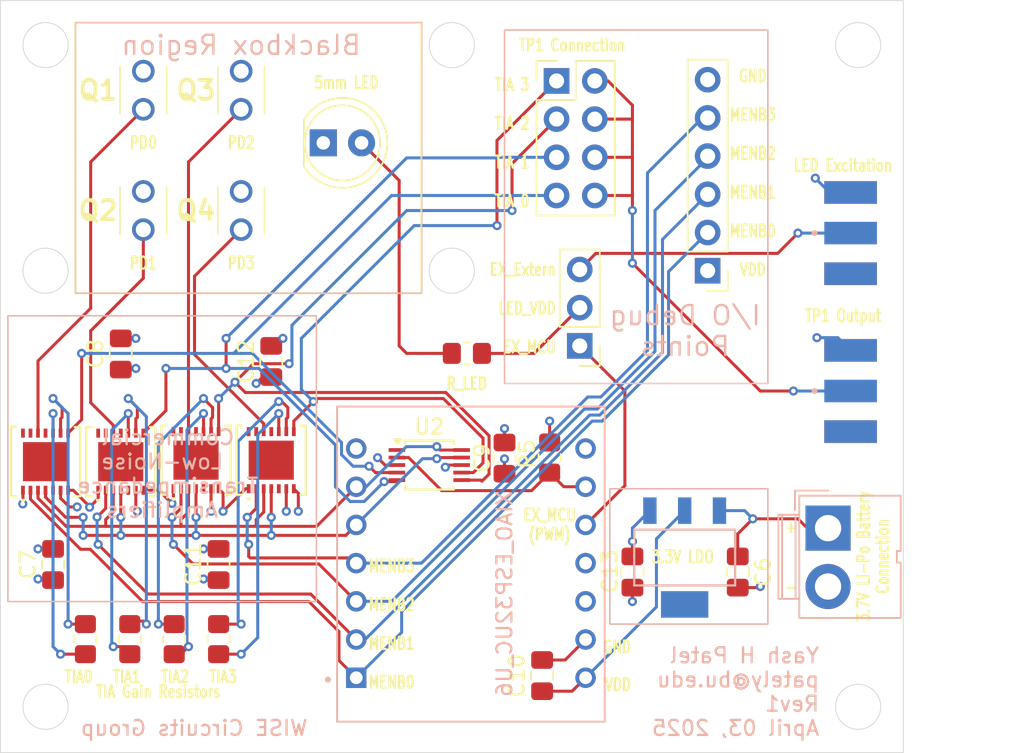
<source format=kicad_pcb>
(kicad_pcb (version 20241229) (generator "pcbnew") (generator_version "9.0")
  (layers (0 "F.Cu" signal) (4 "In1.Cu" signal) (6 "In2.Cu" signal) (2 "B.Cu" signal) (13 "F.Paste" user) (15 "B.Paste" user) (5 "F.SilkS" user "F.Silkscreen") (7 "B.SilkS" user "B.Silkscreen") (1 "F.Mask" user) (3 "B.Mask" user) (25 "Edge.Cuts" user))
  (net 0 "")
  (net 1 "VDD")
  (net 2 "PT0_OUT")
  (net 3 "PT1_OUT")
  (net 4 "PT3_OUT")
  (net 5 "LED_PWM")
  (net 6 "TIA_0")
  (net 7 "MENB0")
  (net 8 "GND")
  (net 9 "SCL")
  (net 10 "SDA")
  (net 11 "TIA_3")
  (net 12 "TIA_1")
  (net 13 "TIA_2")
  (net 14 "Net-(J1-Pin_1)")
  (net 16 "MENB1")
  (net 17 "PT2_OUT")
  (net 18 "MENB2")
  (net 19 "MENB3")
  (net 20 "Net-(D1-A)")
  (net 21 "ADC_Alert")
  (net 22 "Net-(U6-C1)")
  (net 23 "Net-(U6-C2)")
  (net 24 "Net-(U8-C1)")
  (net 25 "Net-(U8-C2)")
  (net 26 "Net-(U9-C2)")
  (net 27 "Net-(U9-C1)")
  (net 28 "Net-(U10-C1)")
  (net 29 "Net-(U10-C2)")
  (net 35 "TP1")
  (net 36 "EX_IN")
  (net 37 "LED_IN")
  (footprint "Capacitor_SMD:C_0805_2012Metric_Pad1.18x1.45mm_HandSolder" (layer "F.Cu") (at 139 110.5375 90)
    (property "Reference" "C8")
    (property "Value" "0.1µF")
  )
  (footprint "SFH3310:SFH3310" (layer "F.Cu") (at 140.5 99.73)
    (property "Reference" "Q2")
    (property "Value" "SFH_3310" (hide yes))
  )
  (footprint "Resistor_SMD:R_0805_2012Metric_Pad1.20x1.40mm_HandSolder" (layer "F.Cu") (at 167.5 117.425 -90)
    (property "Reference" "R5")
    (property "Value" "10K")
  )
  (footprint "Capacitor_SMD:C_0805_2012Metric_Pad1.18x1.45mm_HandSolder" (layer "F.Cu") (at 134.5 124.5375 90)
    (property "Reference" "C7")
    (property "Value" "0.1µF")
  )
  (footprint "LMP9100:SDA14B" (layer "F.Cu") (at 133.999999 117.700002 90)
    (property "Reference" "U6" (hide yes))
    (property "Value" "LMP91000SD/NOPB")
  )
  (footprint "Capacitor_SMD:C_0805_2012Metric_Pad1.18x1.45mm_HandSolder" (layer "F.Cu") (at 180 125.0375 -90)
    (property "Reference" "C6")
    (property "Value" "10µF")
  )
  (footprint "Capacitor_SMD:C_0805_2012Metric_Pad1.18x1.45mm_HandSolder" (layer "F.Cu") (at 167 131.925 90)
    (property "Reference" "C10")
    (property "Value" "0.1µF")
  )
  (footprint "Connector_PinHeader_2.54mm:PinHeader_1x03_P2.54mm_Vertical" (layer "F.Cu") (at 169.5 110 180)
    (property "Reference" "J5" (hide yes))
    (property "Value" "Conn_01x03")
  )
  (footprint "SFH3310:SFH3310" (layer "F.Cu") (at 147 99.73)
    (property "Reference" "Q4")
    (property "Value" "SFH_3310" (hide yes))
  )
  (footprint "LMP9100:SDA14B" (layer "F.Cu") (at 144 117.600001 90)
    (property "Reference" "U9" (hide yes))
    (property "Value" "LMP91000SD/NOPB")
  )
  (footprint "Resistor_SMD:R_0805_2012Metric_Pad1.20x1.40mm_HandSolder" (layer "F.Cu") (at 162 110.5 180)
    (property "Reference" "R6" (hide yes))
    (property "Value" "R")
  )
  (footprint "Connector_PinHeader_2.54mm:PinHeader_2x04_P2.54mm_Vertical" (layer "F.Cu") (at 167.96 92.38)
    (property "Reference" "J2" (hide yes))
    (property "Value" "Conn_02x04_Odd_Even")
  )
  (footprint "Resistor_SMD:R_0805_2012Metric_Pad1.20x1.40mm_HandSolder" (layer "F.Cu") (at 142.55 129.5 90)
    (property "Reference" "R9" (hide yes))
    (property "Value" "R")
  )
  (footprint "Package_SO:TSSOP-10_3x3mm_P0.5mm" (layer "F.Cu") (at 159.5 117.925)
    (property "Reference" "U2")
    (property "Value" "ADS1115IDGS")
  )
  (footprint "Capacitor_SMD:C_0805_2012Metric_Pad1.18x1.45mm_HandSolder" (layer "F.Cu") (at 173 125.0375 90)
    (property "Reference" "C13")
    (property "Value" "10µF")
  )
  (footprint "Connector_PinHeader_2.54mm:PinHeader_1x06_P2.54mm_Vertical" (layer "F.Cu") (at 178 105 180)
    (property "Reference" "J4" (hide yes))
    (property "Value" "Conn_01x06" (hide yes))
  )
  (footprint "SFH3310:SFH3310" (layer "F.Cu") (at 147 91.73)
    (property "Reference" "Q3")
    (property "Value" "SFH_3310" (hide yes))
  )
  (footprint "SFH3310:SFH3310" (layer "F.Cu") (at 140.5 91.73)
    (property "Reference" "Q1")
    (property "Value" "SFH_3310" (hide yes))
  )
  (footprint "Resistor_SMD:R_0805_2012Metric_Pad1.20x1.40mm_HandSolder" (layer "F.Cu") (at 145.5 129.5 90)
    (property "Reference" "R10" (hide yes))
    (property "Value" "R")
  )
  (footprint "LMP9100:SDA14B" (layer "F.Cu") (at 149 117.600001 90)
    (property "Reference" "U10" (hide yes))
    (property "Value" "LMP91000SD/NOPB")
  )
  (footprint "Capacitor_SMD:C_0805_2012Metric_Pad1.18x1.45mm_HandSolder" (layer "F.Cu") (at 149 111.0375 90)
    (property "Reference" "C12")
    (property "Value" "0.1µF")
  )
  (footprint "Resistor_SMD:R_0805_2012Metric_Pad1.20x1.40mm_HandSolder" (layer "F.Cu") (at 136.65 129.5 90)
    (property "Reference" "R7" (hide yes))
    (property "Value" "R")
  )
  (footprint "LED_THT:LED_D5.0mm" (layer "F.Cu") (at 152.46 96.5)
    (property "Reference" "D1" (hide yes))
    (property "Value" "LED")
  )
  (footprint "Capacitor_SMD:C_0805_2012Metric_Pad1.18x1.45mm_HandSolder" (layer "F.Cu") (at 145.5 124.5375 90)
    (property "Reference" "C11")
    (property "Value" "0.1µF")
  )
  (footprint "Resistor_SMD:R_0805_2012Metric_Pad1.20x1.40mm_HandSolder" (layer "F.Cu") (at 139.6 129.5 90)
    (property "Reference" "R8" (hide yes))
    (property "Value" "R")
  )
  (footprint "Capacitor_SMD:C_0805_2012Metric_Pad1.18x1.45mm_HandSolder" (layer "F.Cu") (at 164.5 117.4625 90)
    (property "Reference" "C9")
    (property "Value" "0.1µF")
  )
  (footprint "LMP9100:SDA14B" (layer "F.Cu") (at 138.999999 117.700002 90)
    (property "Reference" "U8" (hide yes))
    (property "Value" "LMP91000SD/NOPB")
  )
  (footprint "Connector:JWT_A3963_1x02_P3.96mm_Vertical" (layer "B.Cu") (at 186 122.12 -90)
    (property "Reference" "J1" (hide yes))
    (property "Value" "Conn_01x02_Pin")
  )
  (footprint "SeedStudio ESP32:MODULE_113991054" (layer "B.Cu") (at 162.2675 124.51)
    (property "Reference" "XIAO_ESP32UC_U6")
    (property "Value" "113991054")
  )
  (footprint "CON-SMA-EDGE-S:RFSOLUTIONS_CON-SMA-EDGE-S" (layer "B.Cu") (at 187.5 113 180)
    (property "Reference" "J6" (hide yes))
    (property "Value" "CON-SMA-EDGE-S")
  )
  (footprint "REG1117-3.3:DCY4" (layer "B.Cu") (at 176.4725 124.075)
    (property "Reference" "U7" (hide yes))
    (property "Value" "REG1117-3.3")
  )
  (footprint "CON-SMA-EDGE-S:RFSOLUTIONS_CON-SMA-EDGE-S" (layer "B.Cu") (at 187.5 102.5 180)
    (property "Reference" "J7" (hide yes))
    (property "Value" "CON-SMA-EDGE-S")
  )
  (gr_rect (start 135.96 88.5) (end 158.96 106.5) (stroke (width 0.1)) (fill no) (layer "F.SilkS"))
  (gr_rect (start 136 88.5) (end 159 106.5) (stroke (width 0.1)) (fill no) (layer "B.SilkS"))
  (gr_rect (start 164.5 89) (end 182 112.5) (stroke (width 0.1)) (fill no) (layer "B.SilkS"))
  (gr_rect (start 171.5 119.5) (end 182 128.5) (stroke (width 0.1)) (fill no) (layer "B.SilkS"))
  (gr_rect (start 131.5 108) (end 152 127) (stroke (width 0.1)) (fill no) (layer "B.SilkS"))
  (gr_circle (center 188 134) (end 189.5 134) (stroke (width 0.05)) (fill no) (layer "Edge.Cuts"))
  (gr_circle (center 188 90) (end 189.5 90) (stroke (width 0.05)) (fill no) (layer "Edge.Cuts"))
  (gr_circle (center 134 90) (end 135.5 90) (stroke (width 0.05)) (fill no) (layer "Edge.Cuts"))
  (gr_circle (center 161 105) (end 162.5 105) (stroke (width 0.05)) (fill no) (layer "Edge.Cuts"))
  (gr_circle (center 134 134) (end 135.5 134) (stroke (width 0.05)) (fill no) (layer "Edge.Cuts"))
  (gr_rect (start 131 87.04) (end 191 137.04) (stroke (width 0.05)) (fill no) (layer "Edge.Cuts"))
  (gr_circle (center 134 105) (end 135.5 105) (stroke (width 0.05)) (fill no) (layer "Edge.Cuts"))
  (gr_circle (center 161 90) (end 162.5 90) (stroke (width 0.05)) (fill no) (layer "Edge.Cuts"))
  (gr_text "PD1" (at 140.5 104.5 0) (layer "F.SilkS") (effects (font (size 0.8 0.6) (thickness 0.15) (bold yes))))
  (gr_text "-" (at 184 126.5 0) (layer "F.SilkS") (effects (font (size 0.8 0.6) (thickness 0.15) (bold yes)) (justify right bottom)))
  (gr_text "MENB3\n\nMENB2\n\nMENB1\n\nMENB0" (at 157 128.5 0) (layer "F.SilkS") (effects (font (size 0.8 0.6) (thickness 0.15) (bold yes))))
  (gr_text "VDD" (at 173 133 0) (layer "F.SilkS") (effects (font (size 0.8 0.6) (thickness 0.15) (bold yes)) (justify right bottom)))
  (gr_text "TIA0   TIA1   TIA2   TIA3" (at 141 132 0) (layer "F.SilkS") (effects (font (size 0.8 0.6) (thickness 0.15) (bold yes))))
  (gr_text "TP1 Output" (at 187 108 0) (layer "F.SilkS") (effects (font (size 0.8 0.6) (thickness 0.15) (bold yes))))
  (gr_text "5mm LED" (at 154 92.5 0) (layer "F.SilkS") (effects (font (size 0.8 0.6) (thickness 0.15) (bold yes))))
  (gr_text "PD2" (at 147 96.5 0) (layer "F.SilkS") (effects (font (size 0.8 0.6) (thickness 0.15) (bold yes))))
  (gr_text "GND" (at 173 130.5 0) (layer "F.SilkS") (effects (font (size 0.8 0.6) (thickness 0.15) (bold yes)) (justify right bottom)))
  (gr_text "PD3" (at 147 104.5 0) (layer "F.SilkS") (effects (font (size 0.8 0.6) (thickness 0.15) (bold yes))))
  (gr_text "+" (at 184 122.5 0) (layer "F.SilkS") (effects (font (size 0.8 0.6) (thickness 0.15) (bold yes)) (justify right bottom)))
  (gr_text "TIA 3\n\nTIA 2\n\nTIA 1\n\nTIA 0" (at 165 96.5 0) (layer "F.SilkS") (effects (font (size 0.8 0.6) (thickness 0.15) (bold yes))))
  (gr_text "R_LED" (at 162 112.5 0) (layer "F.SilkS") (effects (font (size 0.8 0.6) (thickness 0.15) (bold yes))))
  (gr_text "PD0" (at 140.5 96.5 0) (layer "F.SilkS") (effects (font (size 0.8 0.6) (thickness 0.15) (bold yes))))
  (gr_text "TIA Gain Resistors" (at 141.5 133 0) (layer "F.SilkS") (effects (font (size 0.8 0.6) (thickness 0.15) (bold yes))))
  (gr_text "EX_Extern\n\nLED_VDD\n\nEX_MCU" (at 168 107.5 0) (layer "F.SilkS") (effects (font (size 0.8 0.6) (thickness 0.15) (bold yes)) (justify right)))
  (gr_text "TP1 Connection" (at 169 90 0) (layer "F.SilkS") (effects (font (size 0.8 0.6) (thickness 0.15) (bold yes))))
  (gr_text "GND\n\nMENB3\n\nMENB2\n\nMENB1\n\nMENB0\n\nVDD" (at 181 98.5 0) (layer "F.SilkS") (effects (font (size 0.8 0.6) (thickness 0.15) (bold yes))))
  (gr_text "EX_MCU\n(PWM)" (at 167.5 123 0) (layer "F.SilkS") (effects (font (size 0.8 0.6) (thickness 0.15) (bold yes)) (justify bottom)))
  (gr_text "3.7V Li-Po Battery\nConnection" (at 189 124 90) (layer "F.SilkS") (effects (font (size 0.8 0.6) (thickness 0.15) (bold yes))))
  (gr_text "3.3V LDO" (at 178.5 124.5 0) (layer "F.SilkS") (effects (font (size 0.8 0.6) (thickness 0.15) (bold yes)) (justify right bottom)))
  (gr_text "LED Excitation" (at 187 98 0) (layer "F.SilkS") (effects (font (size 0.8 0.6) (thickness 0.15) (bold yes))))
  (gr_text "Commercial \nLow-Noise\nTransimpedance \nAmplifiers" (at 141.75 121.5 0) (layer "B.SilkS") (effects (font (size 1 1) (thickness 0.153)) (justify bottom mirror)))
  (gr_text "Blackbox Region" (at 147 90 0) (layer "B.SilkS") (effects (font (size 1.27 1.27)) (justify mirror)))
  (gr_text "I/O Debug\nPoints" (at 176.5 109 0) (layer "B.SilkS") (effects (font (size 1.27 1.27)) (justify mirror)))
  (gr_text "WISE Circuits Group" (at 151.5 136 0) (layer "B.SilkS") (effects (font (size 1 1) (thickness 0.153)) (justify left bottom mirror)))
  (gr_text "Yash H Patel\npately@bu.edu\nRev1\nApril 03, 2025" (at 185.5 136 0) (layer "B.SilkS") (effects (font (size 1 1) (thickness 0.153)) (justify left bottom mirror)))
  (segment (start 148.423997 112.075) (end 148 112.498997) (width 0.2) (layer "F.Cu") (net 1))
  (segment (start 139 111.575) (end 139.925 111.575) (width 0.2) (layer "F.Cu") (net 1))
  (segment (start 160.706374 117.925) (end 160.565687 118.065687) (width 0.2) (layer "F.Cu") (net 1))
  (segment (start 135.580177 120.707179) (end 136.1 120.707179) (width 0.2) (layer "F.Cu") (net 1))
  (segment (start 140 120.900003) (end 140.099997 121) (width 0.2) (layer "F.Cu") (net 1))
  (segment (start 145.5 125.575) (end 144.575 125.575) (width 0.2) (layer "F.Cu") (net 1))
  (segment (start 161.65 117.925) (end 160.706374 117.925) (width 0.2) (layer "F.Cu") (net 1))
  (segment (start 140 119.600001) (end 140 120.900003) (width 0.2) (layer "F.Cu") (net 1))
  (segment (start 167 132.9625) (end 168.9915 132.9625) (width 0.2) (layer "F.Cu") (net 1))
  (segment (start 164.5 118.5) (end 164.5 117.5125) (width 0.2) (layer "F.Cu") (net 1))
  (segment (start 149 112.075) (end 148.423997 112.075) (width 0.2) (layer "F.Cu") (net 1))
  (segment (start 167.5 116.425) (end 167.5 115) (width 0.2) (layer "F.Cu") (net 1))
  (segment (start 135 120.127002) (end 135.580177 120.707179) (width 0.2) (layer "F.Cu") (net 1))
  (segment (start 168.9915 132.9625) (end 169.8875 132.0665) (width 0.2) (layer "F.Cu") (net 1))
  (segment (start 145.000001 119.5) (end 145 121) (width 0.2) (layer "F.Cu") (net 1))
  (segment (start 173 126.075) (end 173 127) (width 0.2) (layer "F.Cu") (net 1))
  (segment (start 134.5 125.575) (end 133.575 125.575) (width 0.2) (layer "F.Cu") (net 1))
  (segment (start 135 119.600001) (end 135 120.127002) (width 0.2) (layer "F.Cu") (net 1))
  (segment (start 139.925 111.575) (end 140 111.5) (width 0.2) (layer "F.Cu") (net 1))
  (segment (start 134.5 125.575) (end 134.5 125.5) (width 0.2) (layer "F.Cu") (net 1))
  (segment (start 133.575 125.575) (end 133.5 125.5) (width 0.2) (layer "F.Cu") (net 1))
  (segment (start 144.575 125.575) (end 144.5 125.5) (width 0.2) (layer "F.Cu") (net 1))
  (segment (start 150.000001 119.5) (end 150 121) (width 0.2) (layer "F.Cu") (net 1))
  (via (at 140.099997 121) (size 0.6) (drill 0.3) (layers "F.Cu" "B.Cu") (net 1))
  (via (at 136.1 120.707179) (size 0.6) (drill 0.3) (layers "F.Cu" "B.Cu") (net 1))
  (via (at 148 112.498997) (size 0.6) (drill 0.3) (layers "F.Cu" "B.Cu") (net 1))
  (via (at 173 127) (size 0.6) (drill 0.3) (layers "F.Cu" "B.Cu") (net 1))
  (via (at 144.5 125.5) (size 0.6) (drill 0.3) (layers "F.Cu" "B.Cu") (net 1))
  (via (at 160.565687 118.065687) (size 0.6) (drill 0.3) (layers "F.Cu" "B.Cu") (net 1))
  (via (at 164.5 117.5125) (size 0.6) (drill 0.3) (layers "F.Cu" "B.Cu") (net 1))
  (via (at 145 121) (size 0.6) (drill 0.3) (layers "F.Cu" "B.Cu") (net 1))
  (via (at 133.5 125.5) (size 0.6) (drill 0.3) (layers "F.Cu" "B.Cu") (net 1))
  (via (at 150 121) (size 0.6) (drill 0.3) (layers "F.Cu" "B.Cu") (net 1))
  (via (at 140 111.5) (size 0.6) (drill 0.3) (layers "F.Cu" "B.Cu") (net 1))
  (via (at 167.5 115) (size 0.6) (drill 0.3) (layers "F.Cu" "B.Cu") (net 1))
  (segment (start 174.5967 122.83295) (end 174.5967 127.3573) (width 0.2) (layer "B.Cu") (net 1))
  (segment (start 176.4725 120.95715) (end 174.5967 122.83295) (width 0.2) (layer "B.Cu") (net 1))
  (segment (start 174.5967 127.3573) (end 169.8875 132.0665) (width 0.2) (layer "B.Cu") (net 1))
  (segment (start 133.499997 115.800003) (end 133.499997 111.000003) (width 0.2) (layer "F.Cu") (net 2))
  (segment (start 137 97.77) (end 140.5 94.27) (width 0.2) (layer "F.Cu") (net 2))
  (segment (start 137 107.5) (end 137 97.77) (width 0.2) (layer "F.Cu") (net 2))
  (segment (start 133.499997 111.000003) (end 137 107.5) (width 0.2) (layer "F.Cu") (net 2))
  (segment (start 140.5 105.5) (end 140.5 102.27) (width 0.2) (layer "F.Cu") (net 3))
  (segment (start 137 109) (end 140.5 105.5) (width 0.2) (layer "F.Cu") (net 3))
  (segment (start 137 113.773005) (end 137 109) (width 0.2) (layer "F.Cu") (net 3))
  (segment (start 138.499997 115.800003) (end 138.499997 115.273002) (width 0.2) (layer "F.Cu") (net 3))
  (segment (start 138.499997 115.273002) (end 137 113.773005) (width 0.2) (layer "F.Cu") (net 3))
  (segment (start 148.499998 115.173001) (end 143.900998 110.574001) (width 0.2) (layer "F.Cu") (net 4))
  (segment (start 143.900998 105.369002) (end 147 102.27) (width 0.2) (layer "F.Cu") (net 4))
  (segment (start 148.499998 115.700002) (end 148.499998 115.173001) (width 0.2) (layer "F.Cu") (net 4))
  (segment (start 143.900998 110.574001) (end 143.900998 105.369002) (width 0.2) (layer "F.Cu") (net 4))
  (segment (start 169.5 110) (end 172.5 113) (width 0.2) (layer "F.Cu") (net 5))
  (segment (start 172.5 113) (end 172.5 119.294) (width 0.2) (layer "F.Cu") (net 5))
  (segment (start 172.5 119.294) (end 169.8875 121.9065) (width 0.2) (layer "F.Cu") (net 5))
  (segment (start 155.5 118) (end 155.925 118.425) (width 0.2) (layer "F.Cu") (net 6))
  (segment (start 155.925 118.425) (end 157.35 118.425) (width 0.2) (layer "F.Cu") (net 6))
  (segment (start 135.499999 115.800003) (end 136.4 114.900002) (width 0.2) (layer "F.Cu") (net 6))
  (segment (start 136.4 114.900002) (end 136.4 110.5) (width 0.2) (layer "F.Cu") (net 6))
  (via (at 155.5 118) (size 0.6) (drill 0.3) (layers "F.Cu" "B.Cu") (net 6))
  (via (at 136.4 110.5) (size 0.6) (drill 0.3) (layers "F.Cu" "B.Cu") (net 6))
  (segment (start 157 100) (end 167.96 100) (width 0.2) (layer "B.Cu") (net 6))
  (segment (start 153.6675 117.23243) (end 154.43507 118) (width 0.2) (layer "B.Cu") (net 6))
  (segment (start 146.5 110.5) (end 147 110.5) (width 0.2) (layer "B.Cu") (net 6))
  (segment (start 146.5 110.5) (end 157 100) (width 0.2) (layer "B.Cu") (net 6))
  (segment (start 154.43507 118) (end 155.5 118) (width 0.2) (layer "B.Cu") (net 6))
  (segment (start 147 110.5) (end 147.74693 110.5) (width 0.2) (layer "B.Cu") (net 6))
  (segment (start 147.74693 110.5) (end 153.6675 116.42057) (width 0.2) (layer "B.Cu") (net 6))
  (segment (start 153.6675 116.42057) (end 153.6675 117.23243) (width 0.2) (layer "B.Cu") (net 6))
  (segment (start 136.4 110.5) (end 146.5 110.5) (width 0.2) (layer "B.Cu") (net 6))
  (segment (start 136.975029 123.524972) (end 140.450057 127) (width 0.2) (layer "F.Cu") (net 7))
  (segment (start 136.33087 123.524972) (end 136.975029 123.524972) (width 0.2) (layer "F.Cu") (net 7))
  (segment (start 153.5 130.919) (end 154.6475 132.0665) (width 0.2) (layer "F.Cu") (net 7))
  (segment (start 132.999998 120.1941) (end 136.33087 123.524972) (width 0.2) (layer "F.Cu") (net 7))
  (segment (start 132.999998 119.600001) (end 132.999998 120.1941) (width 0.2) (layer "F.Cu") (net 7))
  (segment (start 151.5 127) (end 153.5 129) (width 0.2) (layer "F.Cu") (net 7))
  (segment (start 153.5 129) (end 153.5 130.919) (width 0.2) (layer "F.Cu") (net 7))
  (segment (start 140.450057 127) (end 151.5 127) (width 0.2) (layer "F.Cu") (net 7))
  (segment (start 157.664035 129.049965) (end 154.6475 132.0665) (width 0.2) (layer "B.Cu") (net 7))
  (segment (start 157.664035 127.664035) (end 157.664035 129.049965) (width 0.2) (layer "B.Cu") (net 7))
  (segment (start 178 102.46) (end 175.401 105.059) (width 0.2) (layer "B.Cu") (net 7))
  (segment (start 175.401 105.059) (end 175.401 110.599) (width 0.2) (layer "B.Cu") (net 7))
  (segment (start 171 115) (end 170.32807 115) (width 0.2) (layer "B.Cu") (net 7))
  (segment (start 170.32807 115) (end 157.664035 127.664035) (width 0.2) (layer "B.Cu") (net 7))
  (segment (start 175.401 110.599) (end 171 115) (width 0.2) (layer "B.Cu") (net 7))
  (segment (start 132.499999 120.495415) (end 132.488186 120.507228) (width 0.2) (layer "F.Cu") (net 8))
  (segment (start 136.929836 120.687072) (end 136.929836 120.725282) (width 0.2) (layer "F.Cu") (net 8))
  (segment (start 180 126.075) (end 181.425 126.075) (width 0.2) (layer "F.Cu") (net 8))
  (segment (start 142.5 120.377226) (end 142.399999 120.477227) (width 0.2) (layer "F.Cu") (net 8))
  (segment (start 181.425 126.075) (end 181.5 126) (width 0.2) (layer "F.Cu") (net 8))
  (segment (start 150.5 119.5) (end 150.800003 119.800003) (width 0.2) (layer "F.Cu") (net 8))
  (segment (start 145.800003 119.800003) (end 145.800003 121) (width 0.2) (layer "F.Cu") (net 8))
  (segment (start 157.35 117.925) (end 156.556374 117.925) (width 0.2) (layer "F.Cu") (net 8))
  (segment (start 145.5 119.5) (end 145.800003 119.800003) (width 0.2) (layer "F.Cu") (net 8))
  (segment (start 173 124) (end 173 123) (width 0.2) (layer "F.Cu") (net 8))
  (segment (start 167 130.8875) (end 168.5265 130.8875) (width 0.2) (layer "F.Cu") (net 8))
  (segment (start 149 110) (end 149.273 110) (width 0.2) (layer "F.Cu") (net 8))
  (segment (start 147.5 119.5) (end 147.300003 119.5) (width 0.2) (layer "F.Cu") (net 8))
  (segment (start 168.5265 130.8875) (end 169.8875 129.5265) (width 0.2) (layer "F.Cu") (net 8))
  (segment (start 140.499999 119.600001) (end 141.522773 119.600001) (width 0.2) (layer "F.Cu") (net 8))
  (segment (start 132.499999 119.600001) (end 132.499999 120.495415) (width 0.2) (layer "F.Cu") (net 8))
  (segment (start 147.300003 119.5) (end 145.800003 121) (width 0.2) (layer "F.Cu") (net 8))
  (segment (start 156.556374 117.925) (end 156.065687 117.434313) (width 0.2) (layer "F.Cu") (net 8))
  (segment (start 145.5 123.5) (end 144.5 123.5) (width 0.2) (layer "F.Cu") (net 8))
  (segment (start 164.5 116.425) (end 164.5 115.5) (width 0.2) (layer "F.Cu") (net 8))
  (segment (start 134.5 123.5) (end 133.5 123.5) (width 0.2) (layer "F.Cu") (net 8))
  (segment (start 149.273 110) (end 149.773 109.5) (width 0.2) (layer "F.Cu") (net 8))
  (segment (start 137.499999 119.600001) (end 137.499999 120.155119) (width 0.2) (layer "F.Cu") (net 8))
  (segment (start 139 109.5) (end 140 109.5) (width 0.2) (layer "F.Cu") (net 8))
  (segment (start 141.522773 119.600001) (end 142.399999 120.477227) (width 0.2) (layer "F.Cu") (net 8))
  (segment (start 135.499999 119.600001) (end 135.842765 119.600001) (width 0.2) (layer "F.Cu") (net 8))
  (segment (start 142.5 119.5) (end 142.5 120.377226) (width 0.2) (layer "F.Cu") (net 8))
  (segment (start 137.499999 120.155119) (end 136.929836 120.725282) (width 0.2) (layer "F.Cu") (net 8))
  (segment (start 135.842765 119.600001) (end 136.929836 120.687072) (width 0.2) (layer "F.Cu") (net 8))
  (segment (start 150.800003 119.800003) (end 150.800003 121) (width 0.2) (layer "F.Cu") (net 8))
  (via (at 150.800003 121) (size 0.6) (drill 0.3) (layers "F.Cu" "B.Cu") (net 8))
  (via (at 156.065687 117.434313) (size 0.6) (drill 0.3) (layers "F.Cu" "B.Cu") (net 8))
  (via (at 132.488186 120.507228) (size 0.6) (drill 0.3) (layers "F.Cu" "B.Cu") (net 8))
  (via (at 149.773 109.5) (size 0.6) (drill 0.3) (layers "F.Cu" "B.Cu") (net 8))
  (via (at 185.153883 98.846117) (size 0.6) (drill 0.3) (layers "F.Cu" "B.Cu") (net 8))
  (via (at 144.5 123.5) (size 0.6) (drill 0.3) (layers "F.Cu" "B.Cu") (net 8))
  (via (at 181.5 126) (size 0.6) (drill 0.3) (layers "F.Cu" "B.Cu") (net 8))
  (via (at 140 109.5) (size 0.6) (drill 0.3) (layers "F.Cu" "B.Cu") (net 8))
  (via (at 185.259708 109.451942) (size 0.6) (drill 0.3) (layers "F.Cu" "B.Cu") (net 8))
  (via (at 173 123) (size 0.6) (drill 0.3) (layers "F.Cu" "B.Cu") (net 8))
  (via (at 145.800003 121) (size 0.6) (drill 0.3) (layers "F.Cu" "B.Cu") (net 8))
  (via (at 133.5 123.5) (size 0.6) (drill 0.3) (layers "F.Cu" "B.Cu") (net 8))
  (via (at 142.399999 120.477227) (size 0.6) (drill 0.3) (layers "F.Cu" "B.Cu") (net 8))
  (via (at 136.929836 120.725282) (size 0.6) (drill 0.3) (layers "F.Cu" "B.Cu") (net 8))
  (via (at 164.5 115.5) (size 0.6) (drill 0.3) (layers "F.Cu" "B.Cu") (net 8))
  (segment (start 173 122.11825) (end 174.1611 120.95715) (width 0.2) (layer "B.Cu") (net 8))
  (segment (start 173 123) (end 173 122.11825) (width 0.2) (layer "B.Cu") (net 8))
  (segment (start 186.107766 99.8) (end 187.5 99.8) (width 0.2) (layer "B.Cu") (net 8))
  (segment (start 187.5 110.3) (end 186.651942 109.451942) (width 0.2) (layer "B.Cu") (net 8))
  (segment (start 186.651942 109.451942) (end 185.259708 109.451942) (width 0.2) (layer "B.Cu") (net 8))
  (segment (start 185.153883 98.846117) (end 186.107766 99.8) (width 0.2) (layer "B.Cu") (net 8))
  (segment (start 143.500001 119.5) (end 143.500001 121.050056) (width 0.2) (layer "F.Cu") (net 9))
  (segment (start 148 122) (end 152.014 122) (width 0.2) (layer "F.Cu") (net 9))
  (segment (start 138 122) (end 143 122) (width 0.2) (layer "F.Cu") (net 9))
  (segment (start 138.5 121.050057) (end 138 121.550057) (width 0.2) (layer "F.Cu") (net 9))
  (segment (start 148.500001 121.050056) (end 148 121.550057) (width 0.2) (layer "F.Cu") (net 9))
  (segment (start 143.500001 121.050056) (end 143 121.550057) (width 0.2) (layer "F.Cu") (net 9))
  (segment (start 133.5 120.127002) (end 135.372998 122) (width 0.2) (layer "F.Cu") (net 9))
  (segment (start 143 121.550057) (end 143 122) (width 0.2) (layer "F.Cu") (net 9))
  (segment (start 135.372998 122) (end 138 122) (width 0.2) (layer "F.Cu") (net 9))
  (segment (start 152.014 122) (end 154.6475 119.3665) (width 0.2) (layer "F.Cu") (net 9))
  (segment (start 133.5 119.600001) (end 133.5 120.127002) (width 0.2) (layer "F.Cu") (net 9))
  (segment (start 148.500001 119.5) (end 148.500001 121.050056) (width 0.2) (layer "F.Cu") (net 9))
  (segment (start 138 121.550057) (end 138 122) (width 0.2) (layer "F.Cu") (net 9))
  (segment (start 161.65 116.925) (end 160.225003 116.925) (width 0.2) (layer "F.Cu") (net 9))
  (segment (start 138.5 119.600001) (end 138.5 121.050057) (width 0.2) (layer "F.Cu") (net 9))
  (segment (start 143 122) (end 148 122) (width 0.2) (layer "F.Cu") (net 9))
  (segment (start 160.225003 116.925) (end 160 116.699997) (width 0.2) (layer "F.Cu") (net 9))
  (segment (start 148 121.550057) (end 148 122) (width 0.2) (layer "F.Cu") (net 9))
  (via (at 160 116.699997) (size 0.6) (drill 0.3) (layers "F.Cu" "B.Cu") (net 9))
  (segment (start 160 116.699997) (end 157.97506 116.699997) (width 0.2) (layer "B.Cu") (net 9))
  (segment (start 157.97506 116.699997) (end 155.308557 119.3665) (width 0.2) (layer "B.Cu") (net 9))
  (segment (start 155.308557 119.3665) (end 154.6475 119.3665) (width 0.2) (layer "B.Cu") (net 9))
  (segment (start 153.954 122.6) (end 154.6475 121.9065) (width 0.2) (layer "F.Cu") (net 10))
  (segment (start 161.65 117.425) (end 160.075 117.425) (width 0.2) (layer "F.Cu") (net 10))
  (segment (start 149 122.6) (end 153.954 122.6) (width 0.2) (layer "F.Cu") (net 10))
  (segment (start 144 122.6) (end 149 122.6) (width 0.2) (layer "F.Cu") (net 10))
  (segment (start 136.5 122.6) (end 139 122.6) (width 0.2) (layer "F.Cu") (net 10))
  (segment (start 144 119.5) (end 144 121.4) (width 0.2) (layer "F.Cu") (net 10))
  (segment (start 133.999999 120.059901) (end 135.340098 121.4) (width 0.2) (layer "F.Cu") (net 10))
  (segment (start 135.340098 121.4) (end 136.5 121.4) (width 0.2) (layer "F.Cu") (net 10))
  (segment (start 149 119.5) (end 149 121.4) (width 0.2) (layer "F.Cu") (net 10))
  (segment (start 133.999999 119.600001) (end 133.999999 120.059901) (width 0.2) (layer "F.Cu") (net 10))
  (segment (start 138.999999 119.600001) (end 139 121.4) (width 0.2) (layer "F.Cu") (net 10))
  (segment (start 139 122.6) (end 144 122.6) (width 0.2) (layer "F.Cu") (net 10))
  (segment (start 160.075 117.425) (end 160 117.5) (width 0.2) (layer "F.Cu") (net 10))
  (via (at 144 122.6) (size 0.6) (drill 0.3) (layers "F.Cu" "B.Cu") (net 10))
  (via (at 144 121.4) (size 0.6) (drill 0.3) (layers "F.Cu" "B.Cu") (net 10))
  (via (at 136.5 121.4) (size 0.6) (drill 0.3) (layers "F.Cu" "B.Cu") (net 10))
  (via (at 139 121.4) (size 0.6) (drill 0.3) (layers "F.Cu" "B.Cu") (net 10))
  (via (at 160 117.5) (size 0.6) (drill 0.3) (layers "F.Cu" "B.Cu") (net 10))
  (via (at 139 122.6) (size 0.6) (drill 0.3) (layers "F.Cu" "B.Cu") (net 10))
  (via (at 149 122.6) (size 0.6) (drill 0.3) (layers "F.Cu" "B.Cu") (net 10))
  (via (at 136.5 122.6) (size 0.6) (drill 0.3) (layers "F.Cu" "B.Cu") (net 10))
  (via (at 149 121.4) (size 0.6) (drill 0.3) (layers "F.Cu" "B.Cu") (net 10))
  (segment (start 139 121.4) (end 139 122.6) (width 0.2) (layer "B.Cu") (net 10))
  (segment (start 159.054 117.5) (end 154.6475 121.9065) (width 0.2) (layer "B.Cu") (net 10))
  (segment (start 149 121.4) (end 149 122.6) (width 0.2) (layer "B.Cu") (net 10))
  (segment (start 160 117.5) (end 159.054 117.5) (width 0.2) (layer "B.Cu") (net 10))
  (segment (start 144 121.4) (end 144 122.6) (width 0.2) (layer "B.Cu") (net 10))
  (segment (start 136.5 121.4) (end 136.5 122.6) (width 0.2) (layer "B.Cu") (net 10))
  (segment (start 163.073 117.779) (end 162.427 118.425) (width 0.2) (layer "F.Cu") (net 11))
  (segment (start 150.5 115) (end 152 113.5) (width 0.2) (layer "F.Cu") (net 11))
  (segment (start 164 102) (end 164 96.34) (width 0.2) (layer "F.Cu") (net 11))
  (segment (start 152 113.5) (end 160.4329 113.5) (width 0.2) (layer "F.Cu") (net 11))
  (segment (start 164 96.34) (end 167.96 92.38) (width 0.2) (layer "F.Cu") (net 11))
  (segment (start 162.427 118.425) (end 161.65 118.425) (width 0.2) (layer "F.Cu") (net 11))
  (segment (start 163.073 116.1401) (end 163.073 117.779) (width 0.2) (layer "F.Cu") (net 11))
  (segment (start 150.5 115.700002) (end 150.5 115) (width 0.2) (layer "F.Cu") (net 11))
  (segment (start 160.4329 113.5) (end 163.073 116.1401) (width 0.2) (layer "F.Cu") (net 11))
  (via (at 164 102) (size 0.6) (drill 0.3) (layers "F.Cu" "B.Cu") (net 11))
  (via (at 151.79773 113.70227) (size 0.6) (drill 0.3) (layers "F.Cu" "B.Cu") (net 11))
  (segment (start 158.5 102) (end 164 102) (width 0.2) (layer "B.Cu") (net 11))
  (segment (start 151 109.5) (end 158.5 102) (width 0.2) (layer "B.Cu") (net 11))
  (segment (start 151 109.5) (end 151 112.90454) (width 0.2) (layer "B.Cu") (net 11))
  (segment (start 151 112.90454) (end 151.79773 113.70227) (width 0.2) (layer "B.Cu") (net 11))
  (segment (start 156.5 119.025) (end 157.25 119.025) (width 0.2) (layer "F.Cu") (net 12))
  (segment (start 142 111.5) (end 142 114.300002) (width 0.2) (layer "F.Cu") (net 12))
  (segment (start 142 114.300002) (end 140.499999 115.800003) (width 0.2) (layer "F.Cu") (net 12))
  (segment (start 146 109.5) (end 146 111.5) (width 0.2) (layer "F.Cu") (net 12))
  (segment (start 157.25 119.025) (end 157.35 118.925) (width 0.2) (layer "F.Cu") (net 12))
  (via (at 156.5 119.025) (size 0.6) (drill 0.3) (layers "F.Cu" "B.Cu") (net 12))
  (via (at 146 111.5) (size 0.6) (drill 0.3) (layers "F.Cu" "B.Cu") (net 12))
  (via (at 146 109.5) (size 0.6) (drill 0.3) (layers "F.Cu" "B.Cu") (net 12))
  (via (at 142 111.5) (size 0.6) (drill 0.3) (layers "F.Cu" "B.Cu") (net 12))
  (segment (start 148.17983 111.5) (end 153.2665 116.58667) (width 0.2) (layer "B.Cu") (net 12))
  (segment (start 164 97.5) (end 164.04 97.46) (width 0.2) (layer "B.Cu") (net 12))
  (segment (start 154.24157 120.3465) (end 155.1785 120.3465) (width 0.2) (layer "B.Cu") (net 12))
  (segment (start 155.1785 120.3465) (end 156.5 119.025) (width 0.2) (layer "B.Cu") (net 12))
  (segment (start 146 111.5) (end 148.17983 111.5) (width 0.2) (layer "B.Cu") (net 12))
  (segment (start 158 97.5) (end 164 97.5) (width 0.2) (layer "B.Cu") (net 12))
  (segment (start 164.04 97.46) (end 167.96 97.46) (width 0.2) (layer "B.Cu") (net 12))
  (segment (start 142 111.5) (end 146 111.5) (width 0.2) (layer "B.Cu") (net 12))
  (segment (start 153.2665 116.58667) (end 153.2665 119.37143) (width 0.2) (layer "B.Cu") (net 12))
  (segment (start 153.2665 119.37143) (end 154.24157 120.3465) (width 0.2) (layer "B.Cu") (net 12))
  (segment (start 146 109.5) (end 158 97.5) (width 0.2) (layer "B.Cu") (net 12))
  (segment (start 147.274523 113.098997) (end 146.587763 112.412237) (width 0.2) (layer "F.Cu") (net 13))
  (segment (start 162.925 118.925) (end 163 119) (width 0.2) (layer "F.Cu") (net 13))
  (segment (start 145.502 113.502) (end 145.5 113.5) (width 0.2) (layer "F.Cu") (net 13))
  (segment (start 147.8135 111.1865) (end 146.587763 112.412237) (width 0.2) (layer "F.Cu") (net 13))
  (segment (start 163.474 115.974) (end 160.598997 113.098997) (width 0.2) (layer "F.Cu") (net 13))
  (segment (start 165 101) (end 165 97.88) (width 0.2) (layer "F.Cu") (net 13))
  (segment (start 145.502 115.698002) (end 145.502 113.502) (width 0.2) (layer "F.Cu") (net 13))
  (segment (start 161.65 118.925) (end 162.925 118.925) (width 0.2) (layer "F.Cu") (net 13))
  (segment (start 163 119) (end 163.474 118.526) (width 0.2) (layer "F.Cu") (net 13))
  (segment (start 160.598997 113.098997) (end 147.274523 113.098997) (width 0.2) (layer "F.Cu") (net 13))
  (segment (start 163.474 118.526) (end 163.474 115.974) (width 0.2) (layer "F.Cu") (net 13))
  (segment (start 145.5 115.700002) (end 145.502 115.698002) (width 0.2) (layer "F.Cu") (net 13))
  (segment (start 150.1865 111.1865) (end 147.8135 111.1865) (width 0.2) (layer "F.Cu") (net 13))
  (segment (start 165 97.88) (end 167.96 94.92) (width 0.2) (layer "F.Cu") (net 13))
  (via (at 165 101) (size 0.6) (drill 0.3) (layers "F.Cu" "B.Cu") (net 13))
  (via (at 146.587763 112.412237) (size 0.6) (drill 0.3) (layers "F.Cu" "B.Cu") (net 13))
  (via (at 145.5 113.5) (size 0.6) (drill 0.3) (layers "F.Cu" "B.Cu") (net 13))
  (via (at 150.1865 111.1865) (size 0.6) (drill 0.3) (layers "F.Cu" "B.Cu") (net 13))
  (segment (start 158 101) (end 150.373 108.627) (width 0.2) (layer "B.Cu") (net 13))
  (segment (start 145.5 113.5) (end 146.587763 112.412237) (width 0.2) (layer "B.Cu") (net 13))
  (segment (start 150.373 111) (end 150.1865 111.1865) (width 0.2) (layer "B.Cu") (net 13))
  (segment (start 165 101) (end 158 101) (width 0.2) (layer "B.Cu") (net 13))
  (segment (start 150.373 108.627) (end 150.373 111) (width 0.2) (layer "B.Cu") (net 13))
  (segment (start 181 121.5) (end 184 121.5) (width 0.2) (layer "F.Cu") (net 14))
  (segment (start 180 122.5) (end 181 121.5) (width 0.2) (layer "F.Cu") (net 14))
  (segment (start 180 124) (end 180 122.5) (width 0.2) (layer "F.Cu") (net 14))
  (segment (start 184 121.5) (end 184.5 122) (width 0.2) (layer "F.Cu") (net 14))
  (segment (start 185.88 122.12) (end 185 123) (width 0.2) (layer "F.Cu") (net 14))
  (via (at 181 121.5) (size 0.6) (drill 0.3) (layers "F.Cu" "B.Cu") (net 14))
  (segment (start 178.7839 120.95715) (end 180.45715 120.95715) (width 0.2) (layer "B.Cu") (net 14))
  (segment (start 180.45715 120.95715) (end 181 121.5) (width 0.2) (layer "B.Cu") (net 14))
  (segment (start 151.621 126.5) (end 154.6475 129.5265) (width 0.2) (layer "F.Cu") (net 16))
  (segment (start 137.999998 120.802912) (end 137.425322 121.377588) (width 0.2) (layer "F.Cu") (net 16))
  (segment (start 140.8 126.5) (end 151.621 126.5) (width 0.2) (layer "F.Cu") (net 16))
  (segment (start 137.5 123.2) (end 140.8 126.5) (width 0.2) (layer "F.Cu") (net 16))
  (segment (start 137.999998 119.600001) (end 137.999998 120.802912) (width 0.2) (layer "F.Cu") (net 16))
  (via (at 137.5 123.2) (size 0.6) (drill 0.3) (layers "F.Cu" "B.Cu") (net 16))
  (via (at 137.425322 121.377588) (size 0.6) (drill 0.3) (layers "F.Cu" "B.Cu") (net 16))
  (segment (start 178 99.92) (end 175 102.92) (width 0.2) (layer "B.Cu") (net 16))
  (segment (start 175 102.92) (end 175 110.4329) (width 0.2) (layer "B.Cu") (net 16))
  (segment (start 137.425322 121.377588) (end 137.425322 122.925322) (width 0.2) (layer "B.Cu") (net 16))
  (segment (start 155.23447 129.5265) (end 154.6475 129.5265) (width 0.2) (layer "B.Cu") (net 16))
  (segment (start 175 110.4329) (end 170.8339 114.599) (width 0.2) (layer "B.Cu") (net 16))
  (segment (start 137.425322 122.925322) (end 137.5 123) (width 0.2) (layer "B.Cu") (net 16))
  (segment (start 137.5 123) (end 137.5 123.2) (width 0.2) (layer "B.Cu") (net 16))
  (segment (start 170.16197 114.599) (end 155.23447 129.5265) (width 0.2) (layer "B.Cu") (net 16))
  (segment (start 170.8339 114.599) (end 170.16197 114.599) (width 0.2) (layer "B.Cu") (net 16))
  (segment (start 143.499998 97.770002) (end 147 94.27) (width 0.2) (layer "F.Cu") (net 17))
  (segment (start 143.499998 115.700002) (end 143.499998 97.770002) (width 0.2) (layer "F.Cu") (net 17))
  (segment (start 142.999999 119.5) (end 142.999999 120.802985) (width 0.2) (layer "F.Cu") (net 18))
  (segment (start 142.5 123.2) (end 143.8 124.5) (width 0.2) (layer "F.Cu") (net 18))
  (segment (start 152.161 124.5) (end 154.6475 126.9865) (width 0.2) (layer "F.Cu") (net 18))
  (segment (start 142.999999 120.802985) (end 142.402984 121.4) (width 0.2) (layer "F.Cu") (net 18))
  (segment (start 143.8 124.5) (end 152.161 124.5) (width 0.2) (layer "F.Cu") (net 18))
  (via (at 142.5 123.2) (size 0.6) (drill 0.3) (layers "F.Cu" "B.Cu") (net 18))
  (via (at 142.402984 121.4) (size 0.6) (drill 0.3) (layers "F.Cu" "B.Cu") (net 18))
  (segment (start 157.0135 126.9865) (end 154.6475 126.9865) (width 0.2) (layer "B.Cu") (net 18))
  (segment (start 169.802 114.198) (end 157.0135 126.9865) (width 0.2) (layer "B.Cu") (net 18))
  (segment (start 174.5 110.3658) (end 170.6678 114.198) (width 0.2) (layer "B.Cu") (net 18))
  (segment (start 142.402984 123.102984) (end 142.5 123.2) (width 0.2) (layer "B.Cu") (net 18))
  (segment (start 170.6678 114.198) (end 169.802 114.198) (width 0.2) (layer "B.Cu") (net 18))
  (segment (start 178 97.5) (end 174.5 101) (width 0.2) (layer "B.Cu") (net 18))
  (segment (start 178 97.38) (end 178 97.5) (width 0.2) (layer "B.Cu") (net 18))
  (segment (start 174.5 101) (end 174.5 110.3658) (width 0.2) (layer "B.Cu") (net 18))
  (segment (start 142.402984 121.4) (end 142.402984 123.102984) (width 0.2) (layer "B.Cu") (net 18))
  (segment (start 147.5 123.2) (end 147.5 124) (width 0.2) (layer "F.Cu") (net 19))
  (segment (start 147.599 124.099) (end 154.3 124.099) (width 0.2) (layer "F.Cu") (net 19))
  (segment (start 147.999999 120.802985) (end 147.402984 121.4) (width 0.2) (layer "F.Cu") (net 19))
  (segment (start 147.5 124) (end 147.599 124.099) (width 0.2) (layer "F.Cu") (net 19))
  (segment (start 147.999999 119.5) (end 147.999999 120.802985) (width 0.2) (layer "F.Cu") (net 19))
  (segment (start 154.3 124.099) (end 154.6475 124.4465) (width 0.2) (layer "F.Cu") (net 19))
  (via (at 147.402984 121.4) (size 0.6) (drill 0.3) (layers "F.Cu" "B.Cu") (net 19))
  (via (at 147.5 123.2) (size 0.6) (drill 0.3) (layers "F.Cu" "B.Cu") (net 19))
  (segment (start 170.89935 113.39935) (end 170.03355 113.39935) (width 0.2) (layer "B.Cu") (net 19))
  (segment (start 174 98.5) (end 174 110.2987) (width 0.2) (layer "B.Cu") (net 19))
  (segment (start 177.66 94.84) (end 174 98.5) (width 0.2) (layer "B.Cu") (net 19))
  (segment (start 158.9864 124.4465) (end 154.6475 124.4465) (width 0.2) (layer "B.Cu") (net 19))
  (segment (start 178 94.84) (end 177.66 94.84) (width 0.2) (layer "B.Cu") (net 19))
  (segment (start 147.402984 121.4) (end 147.402984 123.102984) (width 0.2) (layer "B.Cu") (net 19))
  (segment (start 170.03355 113.39935) (end 158.9864 124.4465) (width 0.2) (layer "B.Cu") (net 19))
  (segment (start 147.402984 123.102984) (end 147.5 123.2) (width 0.2) (layer "B.Cu") (net 19))
  (segment (start 174 110.2987) (end 170.89935 113.39935) (width 0.2) (layer "B.Cu") (net 19))
  (segment (start 158 110.5) (end 161 110.5) (width 0.2) (layer "F.Cu") (net 20))
  (segment (start 155 96.5) (end 157.5 99) (width 0.2) (layer "F.Cu") (net 20))
  (segment (start 157.5 99) (end 157.5 110) (width 0.2) (layer "F.Cu") (net 20))
  (segment (start 157.5 110) (end 158 110.5) (width 0.2) (layer "F.Cu") (net 20))
  (segment (start 168.4415 119.3665) (end 167.5 118.425) (width 0.2) (layer "F.Cu") (net 21))
  (segment (start 158.127 117.425) (end 157.35 117.425) (width 0.2) (layer "F.Cu") (net 21))
  (segment (start 160.328 119.626) (end 158.127 117.425) (width 0.2) (layer "F.Cu") (net 21))
  (segment (start 169.8875 119.3665) (end 168.4415 119.3665) (width 0.2) (layer "F.Cu") (net 21))
  (segment (start 166.299 119.626) (end 160.328 119.626) (width 0.2) (layer "F.Cu") (net 21))
  (segment (start 167.5 118.425) (end 166.299 119.626) (width 0.2) (layer "F.Cu") (net 21))
  (segment (start 134.499998 115.800003) (end 134.499998 114.500002) (width 0.2) (layer "F.Cu") (net 22))
  (segment (start 135 130.5) (end 136.65 130.5) (width 0.2) (layer "F.Cu") (net 22))
  (segment (start 134.499998 114.500002) (end 134.5 114.5) (width 0.2) (layer "F.Cu") (net 22))
  (via (at 134.5 114.5) (size 0.6) (drill 0.3) (layers "F.Cu" "B.Cu") (net 22))
  (via (at 135 130.5) (size 0.6) (drill 0.3) (layers "F.Cu" "B.Cu") (net 22))
  (segment (start 134.5 114.5) (end 134.5 130) (width 0.2) (layer "B.Cu") (net 22))
  (segment (start 134.5 130) (end 135 130.5) (width 0.2) (layer "B.Cu") (net 22))
  (segment (start 135 114.849943) (end 135.101 114.748943) (width 0.2) (layer "F.Cu") (net 23))
  (segment (start 135.101 114.748943) (end 135.101 114.101) (width 0.2) (layer "F.Cu") (net 23))
  (segment (start 135 115.800003) (end 135 114.849943) (width 0.2) (layer "F.Cu") (net 23))
  (segment (start 135.5 128.5) (end 136.65 128.5) (width 0.2) (layer "F.Cu") (net 23))
  (segment (start 135.101 114.101) (end 134.5 113.5) (width 0.2) (layer "F.Cu") (net 23))
  (via (at 135.5 128.5) (size 0.6) (drill 0.3) (layers "F.Cu" "B.Cu") (net 23))
  (via (at 134.5 113.5) (size 0.6) (drill 0.3) (layers "F.Cu" "B.Cu") (net 23))
  (segment (start 135.5 114.5) (end 135.5 128.5) (width 0.2) (layer "B.Cu") (net 23))
  (segment (start 134.5 113.5) (end 135.5 114.5) (width 0.2) (layer "B.Cu") (net 23))
  (segment (start 138.5 130) (end 139.1 130) (width 0.2) (layer "F.Cu") (net 24))
  (segment (start 139.499998 114.500002) (end 139.5 114.5) (width 0.2) (layer "F.Cu") (net 24))
  (segment (start 139.499998 115.800003) (end 139.499998 114.500002) (width 0.2) (layer "F.Cu") (net 24))
  (segment (start 139.1 130) (end 139.6 130.5) (width 0.2) (layer "F.Cu") (net 24))
  (via (at 138.5 130) (size 0.6) (drill 0.3) (layers "F.Cu" "B.Cu") (net 24))
  (via (at 139.5 114.5) (size 0.6) (drill 0.3) (layers "F.Cu" "B.Cu") (net 24))
  (segment (start 139.5 114.5) (end 138.4 115.6) (width 0.2) (layer "B.Cu") (net 24))
  (segment (start 138.4 129.9) (end 138.5 130) (width 0.2) (layer "B.Cu") (net 24))
  (segment (start 138.4 115.6) (end 138.4 129.9) (width 0.2) (layer "B.Cu") (net 24))
  (segment (start 140 115.800003) (end 140 115.5) (width 0.2) (layer "F.Cu") (net 25))
  (segment (start 140.699997 128.5) (end 140.499234 128.299237) (width 0.2) (layer "F.Cu") (net 25))
  (segment (start 140 114.849943) (end 140.101 114.748943) (width 0.2) (layer "F.Cu") (net 25))
  (segment (start 140.499234 128.299237) (end 139.800763 128.299237) (width 0.2) (layer "F.Cu") (net 25))
  (segment (start 140.101 114.748943) (end 140.101 114.101) (width 0.2) (layer "F.Cu") (net 25))
  (segment (start 139.800763 128.299237) (end 139.6 128.5) (width 0.2) (layer "F.Cu") (net 25))
  (segment (start 140 115.5) (end 140 114.849943) (width 0.2) (layer "F.Cu") (net 25))
  (segment (start 140.101 114.101) (end 139.5 113.5) (width 0.2) (layer "F.Cu") (net 25))
  (via (at 140.699997 128.5) (size 0.6) (drill 0.3) (layers "F.Cu" "B.Cu") (net 25))
  (via (at 139.5 113.5) (size 0.6) (drill 0.3) (layers "F.Cu" "B.Cu") (net 25))
  (segment (start 140.699997 128.5) (end 140.699997 114.699997) (width 0.2) (layer "B.Cu") (net 25))
  (segment (start 140.699997 114.699997) (end 139.5 113.5) (width 0.2) (layer "B.Cu") (net 25))
  (segment (start 145.101 114.748943) (end 145.101 114.101) (width 0.2) (layer "F.Cu") (net 26))
  (segment (start 145.000001 114.849942) (end 145.101 114.748943) (width 0.2) (layer "F.Cu") (net 26))
  (segment (start 141.5 128.5) (end 142.55 128.5) (width 0.2) (layer "F.Cu") (net 26))
  (segment (start 145.101 114.101) (end 144.5 113.5) (width 0.2) (layer "F.Cu") (net 26))
  (segment (start 145.000001 115.700002) (end 145.000001 114.849942) (width 0.2) (layer "F.Cu") (net 26))
  (via (at 141.5 128.5) (size 0.6) (drill 0.3) (layers "F.Cu" "B.Cu") (net 26))
  (via (at 144.5 113.5) (size 0.6) (drill 0.3) (layers "F.Cu" "B.Cu") (net 26))
  (segment (start 144.5 113.5) (end 141.5 116.5) (width 0.2) (layer "B.Cu") (net 26))
  (segment (start 141.5 116.5) (end 141.5 128.5) (width 0.2) (layer "B.Cu") (net 26))
  (segment (start 144.499999 115.700002) (end 144.5 114.5) (width 0.2) (layer "F.Cu") (net 27))
  (segment (start 142.927631 130.122369) (end 142.55 130.5) (width 0.2) (layer "F.Cu") (net 27))
  (segment (start 142.55 130.5) (end 143 130.5) (width 0.2) (layer "F.Cu") (net 27))
  (segment (start 143 130.5) (end 143.5 130) (width 0.2) (layer "F.Cu") (net 27))
  (via (at 143.5 130) (size 0.6) (drill 0.3) (layers "F.Cu" "B.Cu") (net 27))
  (via (at 144.5 114.5) (size 0.6) (drill 0.3) (layers "F.Cu" "B.Cu") (net 27))
  (segment (start 143.399 115.601) (end 144.5 114.5) (width 0.2) (layer "B.Cu") (net 27))
  (segment (start 143.399 129.899) (end 143.399 115.601) (width 0.2) (layer "B.Cu") (net 27))
  (segment (start 143.5 130) (end 143.399 129.899) (width 0.2) (layer "B.Cu") (net 27))
  (segment (start 149.499999 115.700002) (end 149.5 114.5) (width 0.2) (layer "F.Cu") (net 28))
  (segment (start 147 130.5) (end 145.5 130.5) (width 0.2) (layer "F.Cu") (net 28))
  (via (at 149.5 114.5) (size 0.6) (drill 0.3) (layers "F.Cu" "B.Cu") (net 28))
  (via (at 147 130.5) (size 0.6) (drill 0.3) (layers "F.Cu" "B.Cu") (net 28))
  (segment (start 149.5 114.5) (end 148.101 115.899) (width 0.2) (layer "B.Cu") (net 28))
  (segment (start 148.101 115.899) (end 148.101 129.399) (width 0.2) (layer "B.Cu") (net 28))
  (segment (start 148.101 129.399) (end 147 130.5) (width 0.2) (layer "B.Cu") (net 28))
  (segment (start 149.699997 113.699997) (end 149.5 113.699997) (width 0.2) (layer "F.Cu") (net 29))
  (segment (start 150.000001 114.849942) (end 150.101 114.748943) (width 0.2) (layer "F.Cu") (net 29))
  (segment (start 150.000001 115.700002) (end 150.000001 114.849942) (width 0.2) (layer "F.Cu") (net 29))
  (segment (start 150.101 114.748943) (end 150.101 114.101) (width 0.2) (layer "F.Cu") (net 29))
  (segment (start 150.101 114.101) (end 149.699997 113.699997) (width 0.2) (layer "F.Cu") (net 29))
  (segment (start 147 128.5) (end 145.5 128.5) (width 0.2) (layer "F.Cu") (net 29))
  (via (at 147 128.5) (size 0.6) (drill 0.3) (layers "F.Cu" "B.Cu") (net 29))
  (via (at 149.5 113.699997) (size 0.6) (drill 0.3) (layers "F.Cu" "B.Cu") (net 29))
  (segment (start 146.801984 116.348073) (end 146.801984 128.301984) (width 0.2) (layer "B.Cu") (net 29))
  (segment (start 146.801984 128.301984) (end 147 128.5) (width 0.2) (layer "B.Cu") (net 29))
  (segment (start 149.5 113.699997) (end 149.45006 113.699997) (width 0.2) (layer "B.Cu") (net 29))
  (segment (start 149.45006 113.699997) (end 146.801984 116.348073) (width 0.2) (layer "B.Cu") (net 29))
  (segment (start 171.38 92.38) (end 173 94) (width 0.2) (layer "F.Cu") (net 35))
  (segment (start 173 94) (end 173 95) (width 0.2) (layer "F.Cu") (net 35))
  (segment (start 173 97.5) (end 173 100) (width 0.2) (layer "F.Cu") (net 35))
  (segment (start 170.5 94.92) (end 172.92 94.92) (width 0.2) (layer "F.Cu") (net 35))
  (segment (start 172.96 97.46) (end 173 97.5) (width 0.2) (layer "F.Cu") (net 35))
  (segment (start 181.5 113) (end 183.698 113) (width 0.2) (layer "F.Cu") (net 35))
  (segment (start 170.5 97.46) (end 172.96 97.46) (width 0.2) (layer "F.Cu") (net 35))
  (segment (start 172.92 94.92) (end 173 95) (width 0.2) (layer "F.Cu") (net 35))
  (segment (start 173 104.5) (end 181.5 113) (width 0.2) (layer "F.Cu") (net 35))
  (segment (start 170.5 92.38) (end 171.38 92.38) (width 0.2) (layer "F.Cu") (net 35))
  (segment (start 173 95) (end 173 97.5) (width 0.2) (layer "F.Cu") (net 35))
  (segment (start 173 100) (end 173 101) (width 0.2) (layer "F.Cu") (net 35))
  (segment (start 170.5 100) (end 173 100) (width 0.2) (layer "F.Cu") (net 35))
  (via (at 183.698 113) (size 0.6) (drill 0.3) (layers "F.Cu" "B.Cu") (net 35))
  (via (at 173 104.5) (size 0.6) (drill 0.3) (layers "F.Cu" "B.Cu") (net 35))
  (via (at 173 101) (size 0.6) (drill 0.3) (layers "F.Cu" "B.Cu") (net 35))
  (segment (start 173 101) (end 173 102.302) (width 0.2) (layer "B.Cu") (net 35))
  (segment (start 183.698 113) (end 187.5 113) (width 0.2) (layer "B.Cu") (net 35))
  (segment (start 173 102.302) (end 173 104.5) (width 0.2) (layer "B.Cu") (net 35))
  (segment (start 170.571 103.849) (end 169.5 104.92) (width 0.2) (layer "F.Cu") (net 36))
  (segment (start 184 102.5) (end 182.651 103.849) (width 0.2) (layer "F.Cu") (net 36))
  (segment (start 182.651 103.849) (end 170.571 103.849) (width 0.2) (layer "F.Cu") (net 36))
  (via (at 184 102.5) (size 0.6) (drill 0.3) (layers "F.Cu" "B.Cu") (net 36))
  (segment (start 187.5 102.5) (end 184 102.5) (width 0.2) (layer "B.Cu") (net 36))
  (segment (start 163 110.5) (end 166.46 110.5) (width 0.2) (layer "F.Cu") (net 37))
  (segment (start 166.46 110.5) (end 169.5 107.46) (width 0.2) (layer "F.Cu") (net 37))
)
</source>
